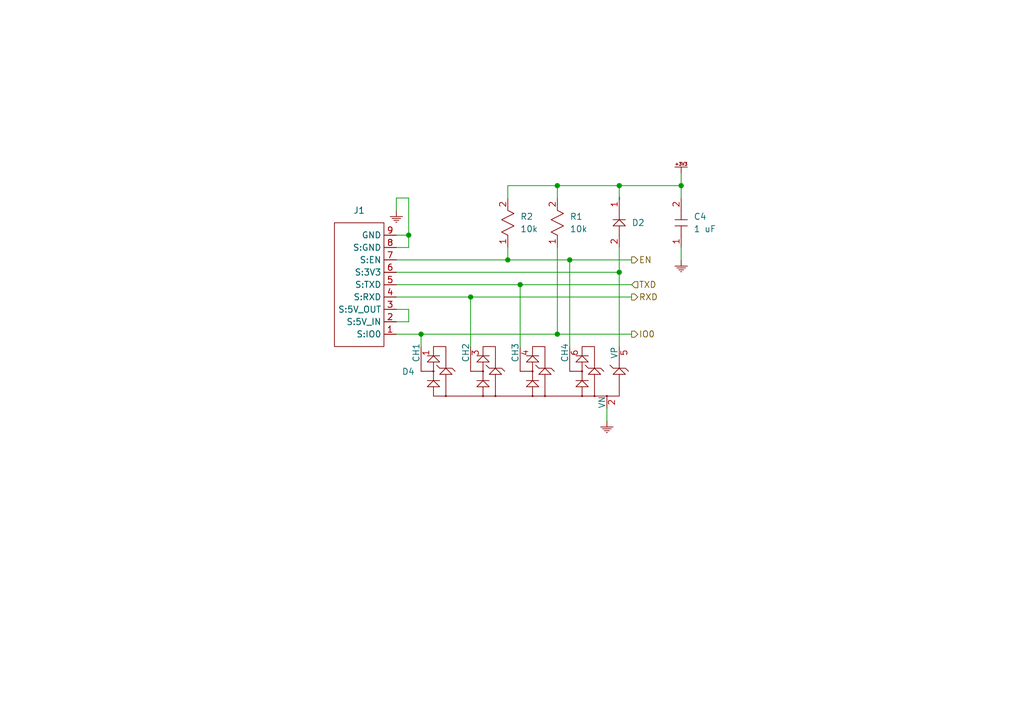
<source format=kicad_sch>
(kicad_sch (version 20230121) (generator eeschema)
  (paper "A5")
  (lib_symbols
    (symbol "zandmd:+3V3" (power) (pin_names (offset 0))
      (symbol "+3V3_0_1"
        (polyline (pts (xy -1.27 1.27) (xy 1.27 1.27)))
        (polyline (pts (xy 0 0) (xy 0 1.27)))
      )
      (symbol "+3V3_1_1"
        (text "+3V3" (at 0 1.905 0) (effects (font (size 0.635 0.635))))
        (pin power_in line (at 0 0 90) (length 0) hide (name "+3V3") (number "1"))
      )
    )
    (symbol "zandmd:CAPACITOR" (pin_names (offset 0))
      (property "Reference" "C" (at 0 0 0))
      (property "Value" "C" (at 0 0 0))
      (symbol "CAPACITOR_0_1"
        (polyline (pts (xy 2.54 0) (xy 4.445 0)))
        (polyline (pts (xy 4.445 1.27) (xy 4.445 -1.27)))
        (polyline (pts (xy 5.715 1.27) (xy 5.715 -1.27)))
        (polyline (pts (xy 7.62 0) (xy 5.715 0)))
      )
      (symbol "CAPACITOR_1_1"
        (pin passive line (at 0 0 0) (length 2.54) (name "") (number "1"))
        (pin passive line (at 10.16 0 180) (length 2.54) (name "") (number "2"))
      )
    )
    (symbol "zandmd:CF25081D0R0-10-NH"
      (property "Reference" "J" (at 0 0 0))
      (symbol "CF25081D0R0-10-NH_0_1"
        (rectangle (start 2.54 25.4) (end 12.7 0))
      )
      (symbol "CF25081D0R0-10-NH_1_1"
        (pin unspecified line (at 0 22.86 0) (length 2.54) (name "P1") (number "1") (alternate "S:IO0" open_collector line))
        (pin unspecified line (at 0 20.32 0) (length 2.54) (name "P2") (number "2") (alternate "S:5V_IN" power_out line))
        (pin unspecified line (at 0 17.78 0) (length 2.54) (name "P3") (number "3") (alternate "S:5V_OUT" power_in line))
        (pin unspecified line (at 0 15.24 0) (length 2.54) (name "P4") (number "4") (alternate "S:RXD" output line))
        (pin unspecified line (at 0 12.7 0) (length 2.54) (name "P5") (number "5") (alternate "S:TXD" input line))
        (pin unspecified line (at 0 10.16 0) (length 2.54) (name "P6") (number "6") (alternate "S:3V3" power_out line))
        (pin unspecified line (at 0 7.62 0) (length 2.54) (name "P7") (number "7") (alternate "S:EN" open_collector line))
        (pin unspecified line (at 0 5.08 0) (length 2.54) (name "P8") (number "8") (alternate "S:GND" passive line))
        (pin passive line (at 0 2.54 0) (length 2.54) (name "GND") (number "9"))
      )
    )
    (symbol "zandmd:CM1293A-04SO" (pin_names (offset 0))
      (property "Reference" "D" (at 0 0 0))
      (symbol "CM1293A-04SO_0_1"
        (polyline (pts (xy 0 10.16) (xy 0 7.62)))
        (polyline (pts (xy 1.27 5.715) (xy 3.81 5.715)))
        (polyline (pts (xy 1.27 10.795) (xy 3.81 10.795)))
        (polyline (pts (xy 2.54 4.445) (xy 2.54 2.54)))
        (polyline (pts (xy 2.54 7.62) (xy 0 7.62)))
        (polyline (pts (xy 2.54 9.525) (xy 2.54 5.715)))
        (polyline (pts (xy 5.08 6.985) (xy 5.08 2.54)))
        (polyline (pts (xy 10.16 10.16) (xy 10.16 7.62)))
        (polyline (pts (xy 11.43 5.715) (xy 13.97 5.715)))
        (polyline (pts (xy 11.43 10.795) (xy 13.97 10.795)))
        (polyline (pts (xy 12.7 4.445) (xy 12.7 2.54)))
        (polyline (pts (xy 12.7 7.62) (xy 10.16 7.62)))
        (polyline (pts (xy 12.7 9.525) (xy 12.7 5.715)))
        (polyline (pts (xy 15.24 6.985) (xy 15.24 2.54)))
        (polyline (pts (xy 20.32 10.16) (xy 20.32 7.62)))
        (polyline (pts (xy 21.59 5.715) (xy 24.13 5.715)))
        (polyline (pts (xy 21.59 10.795) (xy 24.13 10.795)))
        (polyline (pts (xy 22.86 4.445) (xy 22.86 2.54)))
        (polyline (pts (xy 22.86 7.62) (xy 20.32 7.62)))
        (polyline (pts (xy 22.86 9.525) (xy 22.86 5.715)))
        (polyline (pts (xy 25.4 6.985) (xy 25.4 2.54)))
        (polyline (pts (xy 30.48 10.16) (xy 30.48 7.62)))
        (polyline (pts (xy 31.75 5.715) (xy 34.29 5.715)))
        (polyline (pts (xy 31.75 10.795) (xy 34.29 10.795)))
        (polyline (pts (xy 33.02 4.445) (xy 33.02 2.54)))
        (polyline (pts (xy 33.02 7.62) (xy 30.48 7.62)))
        (polyline (pts (xy 33.02 9.525) (xy 33.02 5.715)))
        (polyline (pts (xy 35.56 6.985) (xy 35.56 2.54)))
        (polyline (pts (xy 40.64 2.54) (xy 2.54 2.54)))
        (polyline (pts (xy 40.64 6.985) (xy 40.64 2.54)))
        (polyline (pts (xy 40.64 8.255) (xy 40.64 10.16)))
        (polyline (pts (xy 2.54 5.715) (xy 1.27 4.445) (xy 3.81 4.445) (xy 2.54 5.715)))
        (polyline (pts (xy 2.54 10.795) (xy 1.27 9.525) (xy 3.81 9.525) (xy 2.54 10.795)))
        (polyline (pts (xy 2.54 10.795) (xy 2.54 12.7) (xy 5.08 12.7) (xy 5.08 8.255)))
        (polyline (pts (xy 5.08 8.255) (xy 3.81 6.985) (xy 6.35 6.985) (xy 5.08 8.255)))
        (polyline (pts (xy 6.985 7.62) (xy 6.35 8.255) (xy 3.81 8.255) (xy 3.175 8.89)))
        (polyline (pts (xy 12.7 5.715) (xy 11.43 4.445) (xy 13.97 4.445) (xy 12.7 5.715)))
        (polyline (pts (xy 12.7 10.795) (xy 11.43 9.525) (xy 13.97 9.525) (xy 12.7 10.795)))
        (polyline (pts (xy 12.7 10.795) (xy 12.7 12.7) (xy 15.24 12.7) (xy 15.24 8.255)))
        (polyline (pts (xy 15.24 8.255) (xy 13.97 6.985) (xy 16.51 6.985) (xy 15.24 8.255)))
        (polyline (pts (xy 17.145 7.62) (xy 16.51 8.255) (xy 13.97 8.255) (xy 13.335 8.89)))
        (polyline (pts (xy 22.86 5.715) (xy 21.59 4.445) (xy 24.13 4.445) (xy 22.86 5.715)))
        (polyline (pts (xy 22.86 10.795) (xy 21.59 9.525) (xy 24.13 9.525) (xy 22.86 10.795)))
        (polyline (pts (xy 22.86 10.795) (xy 22.86 12.7) (xy 25.4 12.7) (xy 25.4 8.255)))
        (polyline (pts (xy 25.4 8.255) (xy 24.13 6.985) (xy 26.67 6.985) (xy 25.4 8.255)))
        (polyline (pts (xy 27.305 7.62) (xy 26.67 8.255) (xy 24.13 8.255) (xy 23.495 8.89)))
        (polyline (pts (xy 33.02 5.715) (xy 31.75 4.445) (xy 34.29 4.445) (xy 33.02 5.715)))
        (polyline (pts (xy 33.02 10.795) (xy 31.75 9.525) (xy 34.29 9.525) (xy 33.02 10.795)))
        (polyline (pts (xy 33.02 10.795) (xy 33.02 12.7) (xy 35.56 12.7) (xy 35.56 8.255)))
        (polyline (pts (xy 35.56 8.255) (xy 34.29 6.985) (xy 36.83 6.985) (xy 35.56 8.255)))
        (polyline (pts (xy 37.465 7.62) (xy 36.83 8.255) (xy 34.29 8.255) (xy 33.655 8.89)))
        (polyline (pts (xy 40.64 8.255) (xy 39.37 6.985) (xy 41.91 6.985) (xy 40.64 8.255)))
        (polyline (pts (xy 42.545 7.62) (xy 41.91 8.255) (xy 39.37 8.255) (xy 38.735 8.89)))
        (circle (center 2.54 7.62) (radius 0.127))
        (circle (center 5.08 2.54) (radius 0.127))
        (circle (center 12.7 2.54) (radius 0.127))
        (circle (center 12.7 7.62) (radius 0.127))
        (circle (center 15.24 2.54) (radius 0.127))
        (circle (center 22.86 2.54) (radius 0.127))
        (circle (center 22.86 7.62) (radius 0.127))
        (circle (center 25.4 2.54) (radius 0.127))
        (circle (center 33.02 2.54) (radius 0.127))
        (circle (center 33.02 7.62) (radius 0.127))
        (circle (center 35.56 2.54) (radius 0.127))
        (circle (center 38.1 2.54) (radius 0.127))
      )
      (symbol "CM1293A-04SO_1_1"
        (pin passive line (at 0 12.7 270) (length 2.54) (name "CH1") (number "1"))
        (pin passive line (at 38.1 0 90) (length 2.54) (name "VN") (number "2"))
        (pin passive line (at 10.16 12.7 270) (length 2.54) (name "CH2") (number "3"))
        (pin passive line (at 20.32 12.7 270) (length 2.54) (name "CH3") (number "4"))
        (pin passive line (at 40.64 12.7 270) (length 2.54) (name "VP") (number "5"))
        (pin passive line (at 30.48 12.7 270) (length 2.54) (name "CH4") (number "6"))
      )
    )
    (symbol "zandmd:DIODE" (pin_names (offset 0))
      (property "Reference" "D" (at 0 0 0))
      (symbol "DIODE_0_1"
        (polyline (pts (xy 4.445 0) (xy 2.54 0)))
        (polyline (pts (xy 4.445 1.27) (xy 4.445 -1.27)))
        (polyline (pts (xy 7.62 0) (xy 5.715 0)))
        (polyline (pts (xy 4.445 0) (xy 5.715 -1.27) (xy 5.715 1.27) (xy 4.445 0)))
      )
      (symbol "DIODE_1_1"
        (pin passive line (at 0 0 0) (length 2.54) (name "") (number "1"))
        (pin passive line (at 10.16 0 180) (length 2.54) (name "") (number "2"))
      )
    )
    (symbol "zandmd:GND" (power) (pin_names (offset 0))
      (symbol "GND_0_1"
        (polyline (pts (xy -1.27 -1.27) (xy 1.27 -1.27)))
        (polyline (pts (xy -0.889 -1.651) (xy 0.889 -1.651)))
        (polyline (pts (xy -0.508 -2.032) (xy 0.508 -2.032)))
        (polyline (pts (xy -0.127 -2.413) (xy 0.127 -2.413)))
        (polyline (pts (xy 0 0) (xy 0 -1.27)))
      )
      (symbol "GND_1_1"
        (pin power_in line (at 0 0 270) (length 0) hide (name "GND") (number "1"))
      )
    )
    (symbol "zandmd:RESISTOR" (pin_names (offset 0))
      (property "Reference" "R" (at 0 0 0))
      (property "Value" "R" (at 0 0 0))
      (symbol "RESISTOR_0_1"
        (polyline (pts (xy 2.54 0) (xy 3.175 1.27) (xy 4.445 -1.27) (xy 5.715 1.27) (xy 6.985 -1.27) (xy 7.62 0)))
      )
      (symbol "RESISTOR_1_1"
        (pin passive line (at 0 0 0) (length 2.54) (name "") (number "1"))
        (pin passive line (at 10.16 0 180) (length 2.54) (name "") (number "2"))
      )
    )
  )
  (junction (at 116.84 53.34))
  (junction (at 86.36 68.58))
  (junction (at 114.3 38.1))
  (junction (at 127 55.88))
  (junction (at 114.3 68.58))
  (junction (at 83.82 48.26))
  (junction (at 104.14 53.34))
  (junction (at 127 38.1))
  (junction (at 139.7 38.1))
  (junction (at 106.68 58.42))
  (junction (at 96.52 60.96))
  (wire (pts (xy 81.28 63.5) (xy 83.82 63.5)))
  (wire (pts (xy 106.68 58.42) (xy 106.68 71.12)))
  (wire (pts (xy 114.3 68.58) (xy 129.54 68.58)))
  (wire (pts (xy 127 55.88) (xy 127 71.12)))
  (wire (pts (xy 104.14 53.34) (xy 116.84 53.34)))
  (wire (pts (xy 81.28 55.88) (xy 127 55.88)))
  (wire (pts (xy 116.84 53.34) (xy 129.54 53.34)))
  (wire (pts (xy 96.52 60.96) (xy 129.54 60.96)))
  (wire (pts (xy 114.3 40.64) (xy 114.3 38.1)))
  (wire (pts (xy 104.14 50.8) (xy 104.14 53.34)))
  (wire (pts (xy 106.68 58.42) (xy 129.54 58.42)))
  (wire (pts (xy 81.28 68.58) (xy 86.36 68.58)))
  (wire (pts (xy 127 38.1) (xy 127 40.64)))
  (wire (pts (xy 83.82 66.04) (xy 83.82 63.5)))
  (wire (pts (xy 139.7 35.56) (xy 139.7 38.1)))
  (wire (pts (xy 81.28 58.42) (xy 106.68 58.42)))
  (wire (pts (xy 139.7 40.64) (xy 139.7 38.1)))
  (wire (pts (xy 104.14 38.1) (xy 104.14 40.64)))
  (wire (pts (xy 114.3 50.8) (xy 114.3 68.58)))
  (wire (pts (xy 114.3 38.1) (xy 127 38.1)))
  (wire (pts (xy 116.84 53.34) (xy 116.84 71.12)))
  (wire (pts (xy 86.36 68.58) (xy 86.36 71.12)))
  (wire (pts (xy 139.7 53.34) (xy 139.7 50.8)))
  (wire (pts (xy 81.28 43.18) (xy 81.28 40.64)))
  (wire (pts (xy 83.82 50.8) (xy 83.82 48.26)))
  (wire (pts (xy 81.28 48.26) (xy 83.82 48.26)))
  (wire (pts (xy 96.52 60.96) (xy 96.52 71.12)))
  (wire (pts (xy 81.28 53.34) (xy 104.14 53.34)))
  (wire (pts (xy 81.28 66.04) (xy 83.82 66.04)))
  (wire (pts (xy 81.28 60.96) (xy 96.52 60.96)))
  (wire (pts (xy 114.3 38.1) (xy 104.14 38.1)))
  (wire (pts (xy 124.46 83.82) (xy 124.46 86.36)))
  (wire (pts (xy 86.36 68.58) (xy 114.3 68.58)))
  (wire (pts (xy 127 50.8) (xy 127 55.88)))
  (wire (pts (xy 127 38.1) (xy 139.7 38.1)))
  (wire (pts (xy 81.28 40.64) (xy 83.82 40.64)))
  (wire (pts (xy 83.82 40.64) (xy 83.82 48.26)))
  (wire (pts (xy 81.28 50.8) (xy 83.82 50.8)))
  (hierarchical_label "RXD" (shape output) (at 129.54 60.96 0))
  (hierarchical_label "EN" (shape output) (at 129.54 53.34 0))
  (hierarchical_label "IO0" (shape output) (at 129.54 68.58 0))
  (hierarchical_label "TXD" (shape input) (at 129.54 58.42 0))
  (symbol (lib_id "zandmd:GND") (at 124.46 86.36 0) (unit 1)
    (property "Reference" "#PWR02" (effects hide))
    (property "Value" "GND" (effects hide))
  )
  (symbol (lib_id "zandmd:CM1293A-04SO") (at 86.36 83.82 0) (unit 1)
    (property "Reference" "D4" (at 85.09 76.2635 0) (effects (justify right)))
    (property "Value" "CM1293A-04SO" (effects hide))
    (property "Footprint" "zandmd:CM1293A-04SO" (effects hide))
    (property "Datasheet" "https://www.onsemi.com/pdf/datasheet/cm1293a-04so-d.pdf" (effects hide))
    (property "Sim.Enable" "0" (effects hide))
  )
  (symbol (lib_id "zandmd:+3V3") (at 139.7 35.56 0) (unit 1)
    (property "Reference" "#PWR03" (effects hide))
    (property "Value" "+3V3" (effects hide))
  )
  (symbol (lib_id "zandmd:CAPACITOR") (at 139.7 50.8 90) (unit 1)
    (property "Reference" "C4" (at 142.24 44.45 90) (effects (justify right)))
    (property "Value" "1 uF" (at 142.24 46.99 90) (effects (justify right)))
    (property "Footprint" "zandmd:PASSIVE-NPOL-0805" (effects hide))
    (property "Sim.Device" "C" (effects hide))
    (property "Sim.Pins" "1=+ 2=-" (effects hide))
  )
  (symbol (lib_id "zandmd:GND") (at 81.28 43.18 0) (unit 1)
    (property "Reference" "#PWR01" (effects hide))
    (property "Value" "GND" (effects hide))
  )
  (symbol (lib_id "zandmd:DIODE") (at 127 40.64 270) (unit 1)
    (property "Reference" "D2" (at 129.54 45.72 90) (effects (justify left)))
    (property "Value" "~" (at 127 40.64 0))
    (property "Footprint" "zandmd:PASSIVE-POL-0805" (effects hide))
    (property "Sim.Enable" "0" (effects hide))
  )
  (symbol (lib_id "zandmd:CF25081D0R0-10-NH") (at 81.28 45.72 180) (unit 1)
    (property "Reference" "J1" (at 73.66 43.18 0))
    (property "Value" "CF25081D0R0-10-NH" (effects hide))
    (property "Footprint" "zandmd:CF25081D0R0-10-NH" (effects hide))
    (property "Datasheet" "https://media.digikey.com/pdf/Data%20Sheets/Cvilux%20USA%20PDFs/CF2519SF.PDF" (effects hide))
    (property "Sim.Enable" "0" (effects hide))
    (pin "1" (alternate "S:IO0"))
    (pin "2" (alternate "S:5V_IN"))
    (pin "3" (alternate "S:5V_OUT"))
    (pin "4" (alternate "S:RXD"))
    (pin "5" (alternate "S:TXD"))
    (pin "6" (alternate "S:3V3"))
    (pin "7" (alternate "S:EN"))
    (pin "8" (alternate "S:GND"))
  )
  (symbol (lib_id "zandmd:GND") (at 139.7 53.34 0) (unit 1)
    (property "Reference" "#PWR04" (effects hide))
    (property "Value" "GND" (effects hide))
  )
  (symbol (lib_id "zandmd:RESISTOR") (at 104.14 50.8 90) (unit 1)
    (property "Reference" "R2" (at 106.68 44.45 90) (effects (justify right)))
    (property "Value" "10k" (at 106.68 46.99 90) (effects (justify right)))
    (property "Footprint" "zandmd:PASSIVE-NPOL-0805" (effects hide))
    (property "Sim.Device" "R" (effects hide))
    (property "Sim.Pins" "1=+ 2=-" (effects hide))
  )
  (symbol (lib_id "zandmd:RESISTOR") (at 114.3 50.8 90) (unit 1)
    (property "Reference" "R1" (at 116.84 44.45 90) (effects (justify right)))
    (property "Value" "10k" (at 116.84 46.99 90) (effects (justify right)))
    (property "Footprint" "zandmd:PASSIVE-NPOL-0805" (effects hide))
    (property "Sim.Device" "R" (effects hide))
    (property "Sim.Pins" "1=+ 2=-" (effects hide))
  )
)
</source>
